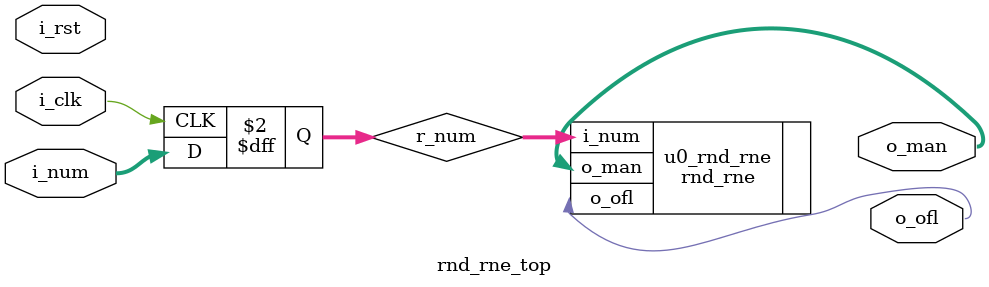
<source format=sv>
module rnd_rne_top #(
    parameter width_i = 10,
    parameter width_o = 4
)(
    // Clock stuff
    input i_clk,
    input i_rst,
    // Input augmented mantissa
    input  logic [width_i-1:0] i_num,
    // Output augmented mantissa
    output logic [width_o-1:0] o_man,
    // Overflow flag
    output logic               o_ofl
);


logic [width_i-1:0] r_num;

always_ff @(posedge i_clk) begin
    r_num <= i_num;
end


rnd_rne # (
    .width_i(width_i),
    .width_o(width_o)
) u0_rnd_rne (
    .i_num(r_num),
    .o_man(o_man),
    .o_ofl(o_ofl)
);

endmodule

</source>
